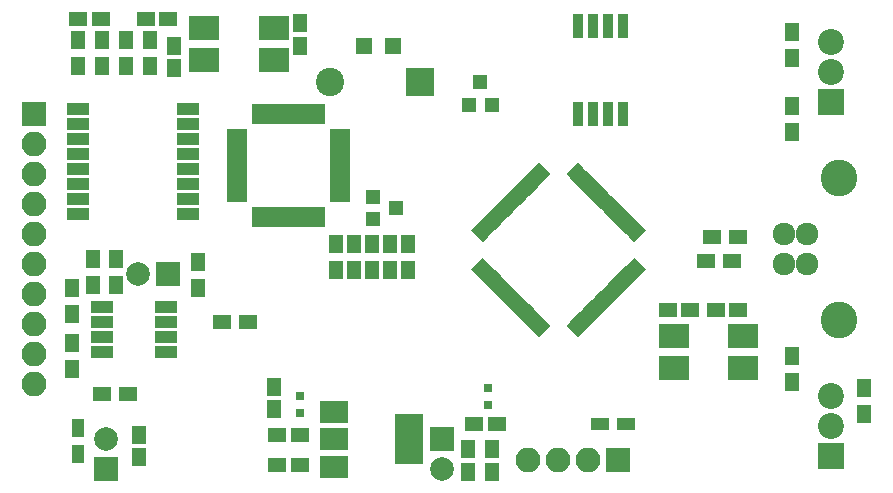
<source format=gbr>
%TF.GenerationSoftware,KiCad,Pcbnew,4.0.7-e2-6376~58~ubuntu16.04.1*%
%TF.CreationDate,2017-12-07T11:47:19+02:00*%
%TF.ProjectId,Rover_Commander_v3.1a,526F7665725F436F6D6D616E6465725F,rev?*%
%TF.FileFunction,Soldermask,Bot*%
%FSLAX46Y46*%
G04 Gerber Fmt 4.6, Leading zero omitted, Abs format (unit mm)*
G04 Created by KiCad (PCBNEW 4.0.7-e2-6376~58~ubuntu16.04.1) date Thu Dec  7 11:47:19 2017*
%MOMM*%
%LPD*%
G01*
G04 APERTURE LIST*
%ADD10C,0.100000*%
%ADD11R,2.400000X2.400000*%
%ADD12C,2.400000*%
%ADD13R,2.400000X4.200000*%
%ADD14R,2.400000X1.900000*%
%ADD15R,1.600000X1.150000*%
%ADD16R,1.150000X1.600000*%
%ADD17R,1.000000X1.500000*%
%ADD18R,0.750000X0.750000*%
%ADD19R,1.300000X1.200000*%
%ADD20R,1.500000X1.000000*%
%ADD21R,1.400000X1.400000*%
%ADD22R,2.200000X2.200000*%
%ADD23C,2.200000*%
%ADD24R,1.300000X1.600000*%
%ADD25R,1.600000X1.300000*%
%ADD26R,1.900000X1.000000*%
%ADD27R,1.950000X1.000000*%
%ADD28R,1.200000X1.300000*%
%ADD29C,1.920000*%
%ADD30C,3.100000*%
%ADD31R,2.100000X2.100000*%
%ADD32O,2.100000X2.100000*%
%ADD33R,2.000000X2.000000*%
%ADD34C,2.000000*%
%ADD35R,2.500000X2.100000*%
%ADD36R,0.950000X2.150000*%
%ADD37R,1.700000X0.650000*%
%ADD38R,0.650000X1.700000*%
G04 APERTURE END LIST*
D10*
D11*
X142220000Y-86868000D03*
D12*
X134620000Y-86868000D03*
D10*
G36*
X161330943Y-102736023D02*
X160871324Y-103195642D01*
X159881375Y-102205693D01*
X160340994Y-101746074D01*
X161330943Y-102736023D01*
X161330943Y-102736023D01*
G37*
G36*
X160977390Y-103089577D02*
X160517771Y-103549196D01*
X159527822Y-102559247D01*
X159987441Y-102099628D01*
X160977390Y-103089577D01*
X160977390Y-103089577D01*
G37*
G36*
X160623836Y-103443130D02*
X160164217Y-103902749D01*
X159174268Y-102912800D01*
X159633887Y-102453181D01*
X160623836Y-103443130D01*
X160623836Y-103443130D01*
G37*
G36*
X160270283Y-103796683D02*
X159810664Y-104256302D01*
X158820715Y-103266353D01*
X159280334Y-102806734D01*
X160270283Y-103796683D01*
X160270283Y-103796683D01*
G37*
G36*
X159916730Y-104150237D02*
X159457111Y-104609856D01*
X158467162Y-103619907D01*
X158926781Y-103160288D01*
X159916730Y-104150237D01*
X159916730Y-104150237D01*
G37*
G36*
X159563176Y-104503790D02*
X159103557Y-104963409D01*
X158113608Y-103973460D01*
X158573227Y-103513841D01*
X159563176Y-104503790D01*
X159563176Y-104503790D01*
G37*
G36*
X159209623Y-104857344D02*
X158750004Y-105316963D01*
X157760055Y-104327014D01*
X158219674Y-103867395D01*
X159209623Y-104857344D01*
X159209623Y-104857344D01*
G37*
G36*
X158856069Y-105210897D02*
X158396450Y-105670516D01*
X157406501Y-104680567D01*
X157866120Y-104220948D01*
X158856069Y-105210897D01*
X158856069Y-105210897D01*
G37*
G36*
X158502516Y-105564450D02*
X158042897Y-106024069D01*
X157052948Y-105034120D01*
X157512567Y-104574501D01*
X158502516Y-105564450D01*
X158502516Y-105564450D01*
G37*
G36*
X158148963Y-105918004D02*
X157689344Y-106377623D01*
X156699395Y-105387674D01*
X157159014Y-104928055D01*
X158148963Y-105918004D01*
X158148963Y-105918004D01*
G37*
G36*
X157795409Y-106271557D02*
X157335790Y-106731176D01*
X156345841Y-105741227D01*
X156805460Y-105281608D01*
X157795409Y-106271557D01*
X157795409Y-106271557D01*
G37*
G36*
X157441856Y-106625111D02*
X156982237Y-107084730D01*
X155992288Y-106094781D01*
X156451907Y-105635162D01*
X157441856Y-106625111D01*
X157441856Y-106625111D01*
G37*
G36*
X157088302Y-106978664D02*
X156628683Y-107438283D01*
X155638734Y-106448334D01*
X156098353Y-105988715D01*
X157088302Y-106978664D01*
X157088302Y-106978664D01*
G37*
G36*
X156734749Y-107332217D02*
X156275130Y-107791836D01*
X155285181Y-106801887D01*
X155744800Y-106342268D01*
X156734749Y-107332217D01*
X156734749Y-107332217D01*
G37*
G36*
X156381196Y-107685771D02*
X155921577Y-108145390D01*
X154931628Y-107155441D01*
X155391247Y-106695822D01*
X156381196Y-107685771D01*
X156381196Y-107685771D01*
G37*
G36*
X156027642Y-108039324D02*
X155568023Y-108498943D01*
X154578074Y-107508994D01*
X155037693Y-107049375D01*
X156027642Y-108039324D01*
X156027642Y-108039324D01*
G37*
G36*
X152279977Y-108498943D02*
X151820358Y-108039324D01*
X152810307Y-107049375D01*
X153269926Y-107508994D01*
X152279977Y-108498943D01*
X152279977Y-108498943D01*
G37*
G36*
X151926423Y-108145390D02*
X151466804Y-107685771D01*
X152456753Y-106695822D01*
X152916372Y-107155441D01*
X151926423Y-108145390D01*
X151926423Y-108145390D01*
G37*
G36*
X151572870Y-107791836D02*
X151113251Y-107332217D01*
X152103200Y-106342268D01*
X152562819Y-106801887D01*
X151572870Y-107791836D01*
X151572870Y-107791836D01*
G37*
G36*
X151219317Y-107438283D02*
X150759698Y-106978664D01*
X151749647Y-105988715D01*
X152209266Y-106448334D01*
X151219317Y-107438283D01*
X151219317Y-107438283D01*
G37*
G36*
X150865763Y-107084730D02*
X150406144Y-106625111D01*
X151396093Y-105635162D01*
X151855712Y-106094781D01*
X150865763Y-107084730D01*
X150865763Y-107084730D01*
G37*
G36*
X150512210Y-106731176D02*
X150052591Y-106271557D01*
X151042540Y-105281608D01*
X151502159Y-105741227D01*
X150512210Y-106731176D01*
X150512210Y-106731176D01*
G37*
G36*
X150158656Y-106377623D02*
X149699037Y-105918004D01*
X150688986Y-104928055D01*
X151148605Y-105387674D01*
X150158656Y-106377623D01*
X150158656Y-106377623D01*
G37*
G36*
X149805103Y-106024069D02*
X149345484Y-105564450D01*
X150335433Y-104574501D01*
X150795052Y-105034120D01*
X149805103Y-106024069D01*
X149805103Y-106024069D01*
G37*
G36*
X149451550Y-105670516D02*
X148991931Y-105210897D01*
X149981880Y-104220948D01*
X150441499Y-104680567D01*
X149451550Y-105670516D01*
X149451550Y-105670516D01*
G37*
G36*
X149097996Y-105316963D02*
X148638377Y-104857344D01*
X149628326Y-103867395D01*
X150087945Y-104327014D01*
X149097996Y-105316963D01*
X149097996Y-105316963D01*
G37*
G36*
X148744443Y-104963409D02*
X148284824Y-104503790D01*
X149274773Y-103513841D01*
X149734392Y-103973460D01*
X148744443Y-104963409D01*
X148744443Y-104963409D01*
G37*
G36*
X148390889Y-104609856D02*
X147931270Y-104150237D01*
X148921219Y-103160288D01*
X149380838Y-103619907D01*
X148390889Y-104609856D01*
X148390889Y-104609856D01*
G37*
G36*
X148037336Y-104256302D02*
X147577717Y-103796683D01*
X148567666Y-102806734D01*
X149027285Y-103266353D01*
X148037336Y-104256302D01*
X148037336Y-104256302D01*
G37*
G36*
X147683783Y-103902749D02*
X147224164Y-103443130D01*
X148214113Y-102453181D01*
X148673732Y-102912800D01*
X147683783Y-103902749D01*
X147683783Y-103902749D01*
G37*
G36*
X147330229Y-103549196D02*
X146870610Y-103089577D01*
X147860559Y-102099628D01*
X148320178Y-102559247D01*
X147330229Y-103549196D01*
X147330229Y-103549196D01*
G37*
G36*
X146976676Y-103195642D02*
X146517057Y-102736023D01*
X147507006Y-101746074D01*
X147966625Y-102205693D01*
X146976676Y-103195642D01*
X146976676Y-103195642D01*
G37*
G36*
X147966625Y-99978307D02*
X147507006Y-100437926D01*
X146517057Y-99447977D01*
X146976676Y-98988358D01*
X147966625Y-99978307D01*
X147966625Y-99978307D01*
G37*
G36*
X148320178Y-99624753D02*
X147860559Y-100084372D01*
X146870610Y-99094423D01*
X147330229Y-98634804D01*
X148320178Y-99624753D01*
X148320178Y-99624753D01*
G37*
G36*
X148673732Y-99271200D02*
X148214113Y-99730819D01*
X147224164Y-98740870D01*
X147683783Y-98281251D01*
X148673732Y-99271200D01*
X148673732Y-99271200D01*
G37*
G36*
X149027285Y-98917647D02*
X148567666Y-99377266D01*
X147577717Y-98387317D01*
X148037336Y-97927698D01*
X149027285Y-98917647D01*
X149027285Y-98917647D01*
G37*
G36*
X149380838Y-98564093D02*
X148921219Y-99023712D01*
X147931270Y-98033763D01*
X148390889Y-97574144D01*
X149380838Y-98564093D01*
X149380838Y-98564093D01*
G37*
G36*
X149734392Y-98210540D02*
X149274773Y-98670159D01*
X148284824Y-97680210D01*
X148744443Y-97220591D01*
X149734392Y-98210540D01*
X149734392Y-98210540D01*
G37*
G36*
X150087945Y-97856986D02*
X149628326Y-98316605D01*
X148638377Y-97326656D01*
X149097996Y-96867037D01*
X150087945Y-97856986D01*
X150087945Y-97856986D01*
G37*
G36*
X150441499Y-97503433D02*
X149981880Y-97963052D01*
X148991931Y-96973103D01*
X149451550Y-96513484D01*
X150441499Y-97503433D01*
X150441499Y-97503433D01*
G37*
G36*
X150795052Y-97149880D02*
X150335433Y-97609499D01*
X149345484Y-96619550D01*
X149805103Y-96159931D01*
X150795052Y-97149880D01*
X150795052Y-97149880D01*
G37*
G36*
X151148605Y-96796326D02*
X150688986Y-97255945D01*
X149699037Y-96265996D01*
X150158656Y-95806377D01*
X151148605Y-96796326D01*
X151148605Y-96796326D01*
G37*
G36*
X151502159Y-96442773D02*
X151042540Y-96902392D01*
X150052591Y-95912443D01*
X150512210Y-95452824D01*
X151502159Y-96442773D01*
X151502159Y-96442773D01*
G37*
G36*
X151855712Y-96089219D02*
X151396093Y-96548838D01*
X150406144Y-95558889D01*
X150865763Y-95099270D01*
X151855712Y-96089219D01*
X151855712Y-96089219D01*
G37*
G36*
X152209266Y-95735666D02*
X151749647Y-96195285D01*
X150759698Y-95205336D01*
X151219317Y-94745717D01*
X152209266Y-95735666D01*
X152209266Y-95735666D01*
G37*
G36*
X152562819Y-95382113D02*
X152103200Y-95841732D01*
X151113251Y-94851783D01*
X151572870Y-94392164D01*
X152562819Y-95382113D01*
X152562819Y-95382113D01*
G37*
G36*
X152916372Y-95028559D02*
X152456753Y-95488178D01*
X151466804Y-94498229D01*
X151926423Y-94038610D01*
X152916372Y-95028559D01*
X152916372Y-95028559D01*
G37*
G36*
X153269926Y-94675006D02*
X152810307Y-95134625D01*
X151820358Y-94144676D01*
X152279977Y-93685057D01*
X153269926Y-94675006D01*
X153269926Y-94675006D01*
G37*
G36*
X155037693Y-95134625D02*
X154578074Y-94675006D01*
X155568023Y-93685057D01*
X156027642Y-94144676D01*
X155037693Y-95134625D01*
X155037693Y-95134625D01*
G37*
G36*
X155391247Y-95488178D02*
X154931628Y-95028559D01*
X155921577Y-94038610D01*
X156381196Y-94498229D01*
X155391247Y-95488178D01*
X155391247Y-95488178D01*
G37*
G36*
X155744800Y-95841732D02*
X155285181Y-95382113D01*
X156275130Y-94392164D01*
X156734749Y-94851783D01*
X155744800Y-95841732D01*
X155744800Y-95841732D01*
G37*
G36*
X156098353Y-96195285D02*
X155638734Y-95735666D01*
X156628683Y-94745717D01*
X157088302Y-95205336D01*
X156098353Y-96195285D01*
X156098353Y-96195285D01*
G37*
G36*
X156451907Y-96548838D02*
X155992288Y-96089219D01*
X156982237Y-95099270D01*
X157441856Y-95558889D01*
X156451907Y-96548838D01*
X156451907Y-96548838D01*
G37*
G36*
X156805460Y-96902392D02*
X156345841Y-96442773D01*
X157335790Y-95452824D01*
X157795409Y-95912443D01*
X156805460Y-96902392D01*
X156805460Y-96902392D01*
G37*
G36*
X157159014Y-97255945D02*
X156699395Y-96796326D01*
X157689344Y-95806377D01*
X158148963Y-96265996D01*
X157159014Y-97255945D01*
X157159014Y-97255945D01*
G37*
G36*
X157512567Y-97609499D02*
X157052948Y-97149880D01*
X158042897Y-96159931D01*
X158502516Y-96619550D01*
X157512567Y-97609499D01*
X157512567Y-97609499D01*
G37*
G36*
X157866120Y-97963052D02*
X157406501Y-97503433D01*
X158396450Y-96513484D01*
X158856069Y-96973103D01*
X157866120Y-97963052D01*
X157866120Y-97963052D01*
G37*
G36*
X158219674Y-98316605D02*
X157760055Y-97856986D01*
X158750004Y-96867037D01*
X159209623Y-97326656D01*
X158219674Y-98316605D01*
X158219674Y-98316605D01*
G37*
G36*
X158573227Y-98670159D02*
X158113608Y-98210540D01*
X159103557Y-97220591D01*
X159563176Y-97680210D01*
X158573227Y-98670159D01*
X158573227Y-98670159D01*
G37*
G36*
X158926781Y-99023712D02*
X158467162Y-98564093D01*
X159457111Y-97574144D01*
X159916730Y-98033763D01*
X158926781Y-99023712D01*
X158926781Y-99023712D01*
G37*
G36*
X159280334Y-99377266D02*
X158820715Y-98917647D01*
X159810664Y-97927698D01*
X160270283Y-98387317D01*
X159280334Y-99377266D01*
X159280334Y-99377266D01*
G37*
G36*
X159633887Y-99730819D02*
X159174268Y-99271200D01*
X160164217Y-98281251D01*
X160623836Y-98740870D01*
X159633887Y-99730819D01*
X159633887Y-99730819D01*
G37*
G36*
X159987441Y-100084372D02*
X159527822Y-99624753D01*
X160517771Y-98634804D01*
X160977390Y-99094423D01*
X159987441Y-100084372D01*
X159987441Y-100084372D01*
G37*
G36*
X160340994Y-100437926D02*
X159881375Y-99978307D01*
X160871324Y-98988358D01*
X161330943Y-99447977D01*
X160340994Y-100437926D01*
X160340994Y-100437926D01*
G37*
D13*
X141252000Y-117152000D03*
D14*
X134952000Y-117152000D03*
X134952000Y-114852000D03*
X134952000Y-119452000D03*
D15*
X120904000Y-81534000D03*
X119004000Y-81534000D03*
D16*
X118458000Y-118652000D03*
X118458000Y-116752000D03*
D15*
X113289000Y-81534000D03*
X115189000Y-81534000D03*
D16*
X129872000Y-112712000D03*
X129872000Y-114612000D03*
D15*
X132042000Y-116752000D03*
X130142000Y-116752000D03*
X132042000Y-119292000D03*
X130142000Y-119292000D03*
D16*
X146304000Y-117988000D03*
X146304000Y-119888000D03*
X148336000Y-117988000D03*
X148336000Y-119888000D03*
D15*
X146812000Y-115824000D03*
X148712000Y-115824000D03*
X169164000Y-106172000D03*
X167264000Y-106172000D03*
X163200000Y-106172000D03*
X165100000Y-106172000D03*
D17*
X113284000Y-116164000D03*
X113284000Y-118364000D03*
D18*
X132080000Y-113487000D03*
X132080000Y-114937000D03*
D19*
X138208000Y-98486000D03*
X138208000Y-96586000D03*
X140208000Y-97536000D03*
D18*
X148000000Y-114225000D03*
X148000000Y-112775000D03*
D20*
X159680000Y-115824000D03*
X157480000Y-115824000D03*
D21*
X139934000Y-83820000D03*
X137434000Y-83820000D03*
D22*
X177000000Y-118540000D03*
D23*
X177000000Y-116000000D03*
X177000000Y-113460000D03*
D22*
X177000000Y-88540000D03*
D23*
X177000000Y-86000000D03*
X177000000Y-83460000D03*
D24*
X119380000Y-85512000D03*
X119380000Y-83312000D03*
X117348000Y-85512000D03*
X117348000Y-83312000D03*
X115316000Y-85512000D03*
X115316000Y-83312000D03*
X113284000Y-85512000D03*
X113284000Y-83312000D03*
X123444000Y-104308000D03*
X123444000Y-102108000D03*
X173736000Y-110068000D03*
X173736000Y-112268000D03*
X116500000Y-101900000D03*
X116500000Y-104100000D03*
X114500000Y-104100000D03*
X114500000Y-101900000D03*
X141224000Y-102784000D03*
X141224000Y-100584000D03*
X136652000Y-102784000D03*
X136652000Y-100584000D03*
X139700000Y-102784000D03*
X139700000Y-100584000D03*
X138176000Y-102784000D03*
X138176000Y-100584000D03*
X135128000Y-102784000D03*
X135128000Y-100584000D03*
X179832000Y-114976000D03*
X179832000Y-112776000D03*
D25*
X169100000Y-100000000D03*
X166900000Y-100000000D03*
D24*
X173736000Y-84836000D03*
X173736000Y-82636000D03*
X173736000Y-91100000D03*
X173736000Y-88900000D03*
D25*
X168600000Y-102000000D03*
X166400000Y-102000000D03*
X117516000Y-113284000D03*
X115316000Y-113284000D03*
X127676000Y-107188000D03*
X125476000Y-107188000D03*
D24*
X112776000Y-106500000D03*
X112776000Y-104300000D03*
X112776000Y-109000000D03*
X112776000Y-111200000D03*
D26*
X122584000Y-89154000D03*
X122584000Y-90424000D03*
X122584000Y-91694000D03*
X122584000Y-92964000D03*
X122584000Y-94234000D03*
X122584000Y-95504000D03*
X122584000Y-96774000D03*
X122584000Y-98044000D03*
X113284000Y-98044000D03*
X113284000Y-96774000D03*
X113284000Y-95504000D03*
X113284000Y-94234000D03*
X113284000Y-92964000D03*
X113284000Y-91694000D03*
X113284000Y-90424000D03*
X113284000Y-89154000D03*
D27*
X120716000Y-105918000D03*
X120716000Y-107188000D03*
X120716000Y-108458000D03*
X120716000Y-109728000D03*
X115316000Y-109728000D03*
X115316000Y-108458000D03*
X115316000Y-107188000D03*
X115316000Y-105918000D03*
D28*
X148270000Y-88868000D03*
X146370000Y-88868000D03*
X147320000Y-86868000D03*
D29*
X173000000Y-102290000D03*
X173000000Y-99750000D03*
X175000000Y-99750000D03*
X175000000Y-102290000D03*
D30*
X177700000Y-107020000D03*
X177700000Y-95020000D03*
D31*
X159004000Y-118872000D03*
D32*
X156464000Y-118872000D03*
X153924000Y-118872000D03*
X151384000Y-118872000D03*
D31*
X109500000Y-89600000D03*
D32*
X109500000Y-92140000D03*
X109500000Y-94680000D03*
X109500000Y-97220000D03*
X109500000Y-99760000D03*
X109500000Y-102300000D03*
X109500000Y-104840000D03*
X109500000Y-107380000D03*
X109500000Y-109920000D03*
X109500000Y-112460000D03*
D33*
X115648000Y-119652000D03*
D34*
X115648000Y-117152000D03*
D33*
X144112000Y-117152000D03*
D34*
X144112000Y-119652000D03*
D16*
X121412000Y-85720000D03*
X121412000Y-83820000D03*
X132080000Y-83820000D03*
X132080000Y-81920000D03*
D35*
X123952000Y-82296000D03*
X129852000Y-82296000D03*
X129852000Y-84996000D03*
X123952000Y-84996000D03*
X169574000Y-111078000D03*
X163674000Y-111078000D03*
X163674000Y-108378000D03*
X169574000Y-108378000D03*
D36*
X155575000Y-82152000D03*
X156845000Y-82152000D03*
X158115000Y-82152000D03*
X159385000Y-82152000D03*
X159385000Y-89552000D03*
X158115000Y-89552000D03*
X156845000Y-89552000D03*
X155575000Y-89552000D03*
D33*
X120864000Y-103124000D03*
D34*
X118364000Y-103124000D03*
D37*
X135414000Y-91230000D03*
X135414000Y-91730000D03*
X135414000Y-92230000D03*
X135414000Y-92730000D03*
X135414000Y-93230000D03*
X135414000Y-93730000D03*
X135414000Y-94230000D03*
X135414000Y-94730000D03*
X135414000Y-95230000D03*
X135414000Y-95730000D03*
X135414000Y-96230000D03*
X135414000Y-96730000D03*
D38*
X133814000Y-98330000D03*
X133314000Y-98330000D03*
X132814000Y-98330000D03*
X132314000Y-98330000D03*
X131814000Y-98330000D03*
X131314000Y-98330000D03*
X130814000Y-98330000D03*
X130314000Y-98330000D03*
X129814000Y-98330000D03*
X129314000Y-98330000D03*
X128814000Y-98330000D03*
X128314000Y-98330000D03*
D37*
X126714000Y-96730000D03*
X126714000Y-96230000D03*
X126714000Y-95730000D03*
X126714000Y-95230000D03*
X126714000Y-94730000D03*
X126714000Y-94230000D03*
X126714000Y-93730000D03*
X126714000Y-93230000D03*
X126714000Y-92730000D03*
X126714000Y-92230000D03*
X126714000Y-91730000D03*
X126714000Y-91230000D03*
D38*
X128314000Y-89630000D03*
X128814000Y-89630000D03*
X129314000Y-89630000D03*
X129814000Y-89630000D03*
X130314000Y-89630000D03*
X130814000Y-89630000D03*
X131314000Y-89630000D03*
X131814000Y-89630000D03*
X132314000Y-89630000D03*
X132814000Y-89630000D03*
X133314000Y-89630000D03*
X133814000Y-89630000D03*
M02*

</source>
